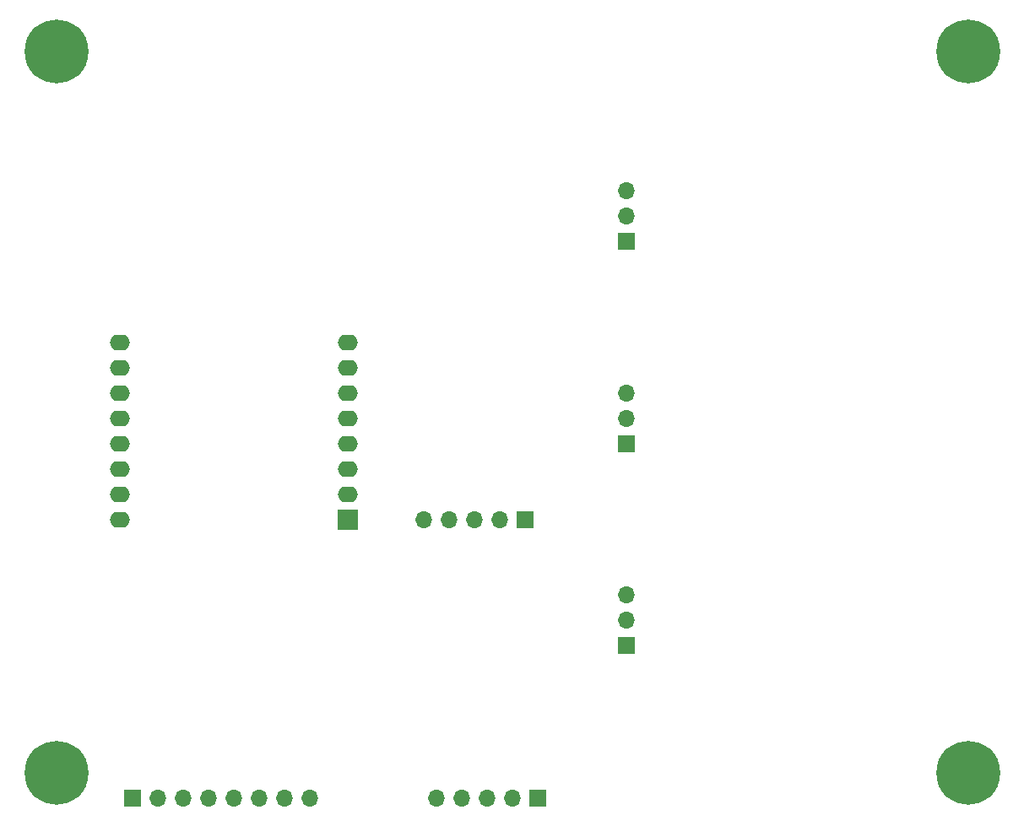
<source format=gbr>
%TF.GenerationSoftware,KiCad,Pcbnew,(6.0.5)*%
%TF.CreationDate,2022-06-11T19:16:15+01:00*%
%TF.ProjectId,kiln-pcb,6b696c6e-2d70-4636-922e-6b696361645f,rev?*%
%TF.SameCoordinates,Original*%
%TF.FileFunction,Soldermask,Bot*%
%TF.FilePolarity,Negative*%
%FSLAX46Y46*%
G04 Gerber Fmt 4.6, Leading zero omitted, Abs format (unit mm)*
G04 Created by KiCad (PCBNEW (6.0.5)) date 2022-06-11 19:16:15*
%MOMM*%
%LPD*%
G01*
G04 APERTURE LIST*
%ADD10C,0.800000*%
%ADD11C,6.400000*%
%ADD12R,1.700000X1.700000*%
%ADD13O,1.700000X1.700000*%
%ADD14R,2.000000X2.000000*%
%ADD15O,2.000000X1.600000*%
G04 APERTURE END LIST*
D10*
%TO.C,H1*%
X169050000Y-116840000D03*
X171450000Y-114440000D03*
X173147056Y-115142944D03*
X169752944Y-115142944D03*
X171450000Y-119240000D03*
D11*
X171450000Y-116840000D03*
D10*
X173147056Y-118537056D03*
X173850000Y-116840000D03*
X169752944Y-118537056D03*
%TD*%
D12*
%TO.C,J5*%
X137220000Y-83820000D03*
D13*
X137220000Y-81280000D03*
X137220000Y-78740000D03*
%TD*%
D10*
%TO.C,H3*%
X81707056Y-118537056D03*
X80010000Y-119240000D03*
D11*
X80010000Y-116840000D03*
D10*
X77610000Y-116840000D03*
X78312944Y-118537056D03*
X80010000Y-114440000D03*
X82410000Y-116840000D03*
X78312944Y-115142944D03*
X81707056Y-115142944D03*
%TD*%
D12*
%TO.C,J1*%
X87630000Y-119380000D03*
D13*
X90170000Y-119380000D03*
X92710000Y-119380000D03*
X95250000Y-119380000D03*
X97790000Y-119380000D03*
X100330000Y-119380000D03*
X102870000Y-119380000D03*
X105410000Y-119380000D03*
%TD*%
D14*
%TO.C,U1*%
X109220000Y-91440000D03*
D15*
X109220000Y-88900000D03*
X109220000Y-86360000D03*
X109220000Y-83820000D03*
X109220000Y-81280000D03*
X109220000Y-78740000D03*
X109220000Y-76200000D03*
X109220000Y-73660000D03*
X86360000Y-73660000D03*
X86360000Y-76200000D03*
X86360000Y-78740000D03*
X86360000Y-81280000D03*
X86360000Y-83820000D03*
X86360000Y-86360000D03*
X86360000Y-88900000D03*
X86360000Y-91440000D03*
%TD*%
D12*
%TO.C,J6*%
X137220000Y-104125000D03*
D13*
X137220000Y-101585000D03*
X137220000Y-99045000D03*
%TD*%
D12*
%TO.C,J3*%
X128265000Y-119380000D03*
D13*
X125725000Y-119380000D03*
X123185000Y-119380000D03*
X120645000Y-119380000D03*
X118105000Y-119380000D03*
%TD*%
D10*
%TO.C,H4*%
X80010000Y-46850000D03*
X81707056Y-46147056D03*
X82410000Y-44450000D03*
X80010000Y-42050000D03*
D11*
X80010000Y-44450000D03*
D10*
X77610000Y-44450000D03*
X78312944Y-42752944D03*
X78312944Y-46147056D03*
X81707056Y-42752944D03*
%TD*%
D12*
%TO.C,J2*%
X127000000Y-91440000D03*
D13*
X124460000Y-91440000D03*
X121920000Y-91440000D03*
X119380000Y-91440000D03*
X116840000Y-91440000D03*
%TD*%
D12*
%TO.C,J4*%
X137220000Y-63500000D03*
D13*
X137220000Y-60960000D03*
X137220000Y-58420000D03*
%TD*%
D10*
%TO.C,H2*%
X169050000Y-44450000D03*
X169752944Y-46147056D03*
X173147056Y-46147056D03*
D11*
X171450000Y-44450000D03*
D10*
X171450000Y-46850000D03*
X173147056Y-42752944D03*
X169752944Y-42752944D03*
X173850000Y-44450000D03*
X171450000Y-42050000D03*
%TD*%
M02*

</source>
